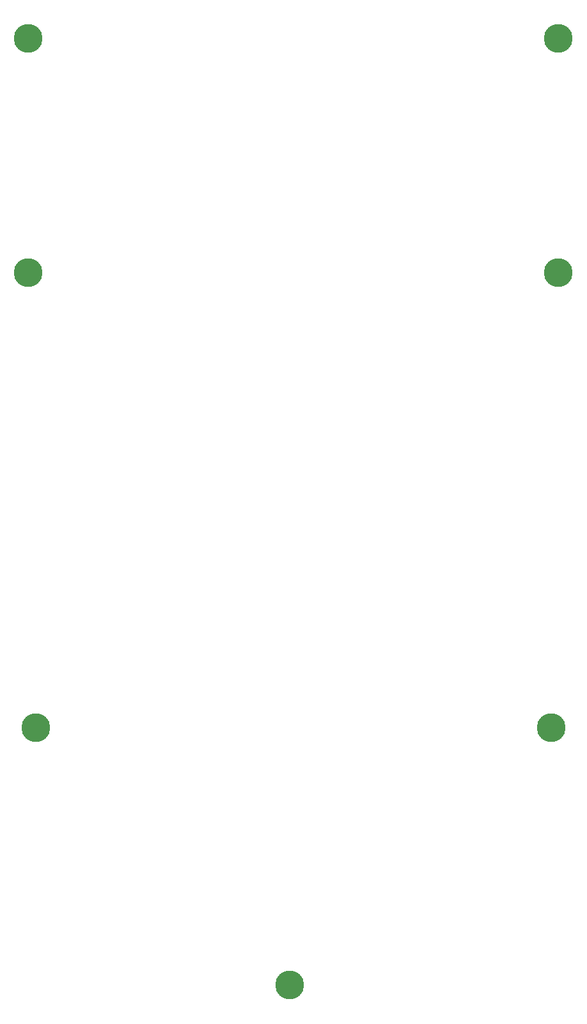
<source format=gbr>
%TF.GenerationSoftware,KiCad,Pcbnew,7.0.7*%
%TF.CreationDate,2023-12-08T00:51:54+02:00*%
%TF.ProjectId,back_plate,6261636b-5f70-46c6-9174-652e6b696361,rev?*%
%TF.SameCoordinates,Original*%
%TF.FileFunction,Soldermask,Top*%
%TF.FilePolarity,Negative*%
%FSLAX46Y46*%
G04 Gerber Fmt 4.6, Leading zero omitted, Abs format (unit mm)*
G04 Created by KiCad (PCBNEW 7.0.7) date 2023-12-08 00:51:54*
%MOMM*%
%LPD*%
G01*
G04 APERTURE LIST*
%ADD10C,3.800000*%
G04 APERTURE END LIST*
D10*
%TO.C,*%
X154200000Y-39680000D03*
%TD*%
%TO.C,*%
X154200000Y-70680000D03*
%TD*%
%TO.C,*%
X85000000Y-130830000D03*
%TD*%
%TO.C,*%
X118600000Y-164930000D03*
%TD*%
%TO.C,*%
X84000000Y-39680000D03*
%TD*%
%TO.C,*%
X84000000Y-70680000D03*
%TD*%
%TO.C,*%
X153200000Y-130830000D03*
%TD*%
M02*

</source>
